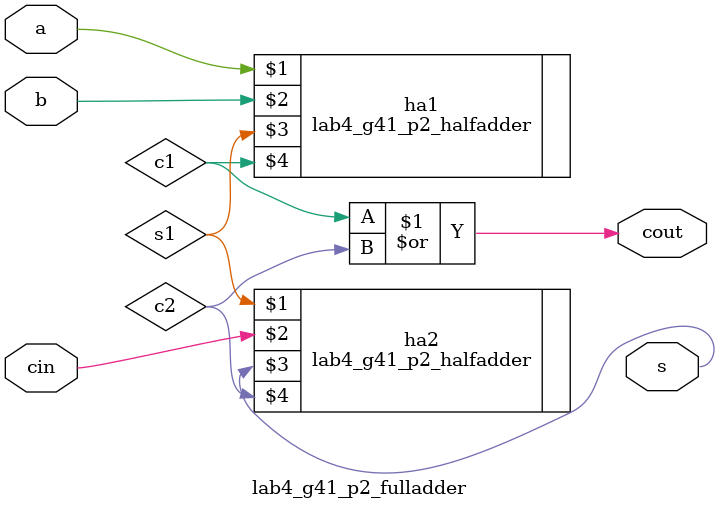
<source format=sv>
module lab4_g41_p2_fulladder(
	input logic a, b, cin,
	output logic  s,cout);
	logic s1,c1,c2;
	lab4_g41_p2_halfadder ha1(a,b,s1,c1);
	lab4_g41_p2_halfadder ha2(s1,cin,s,c2); 
	assign cout = c1 | c2;
endmodule 
</source>
